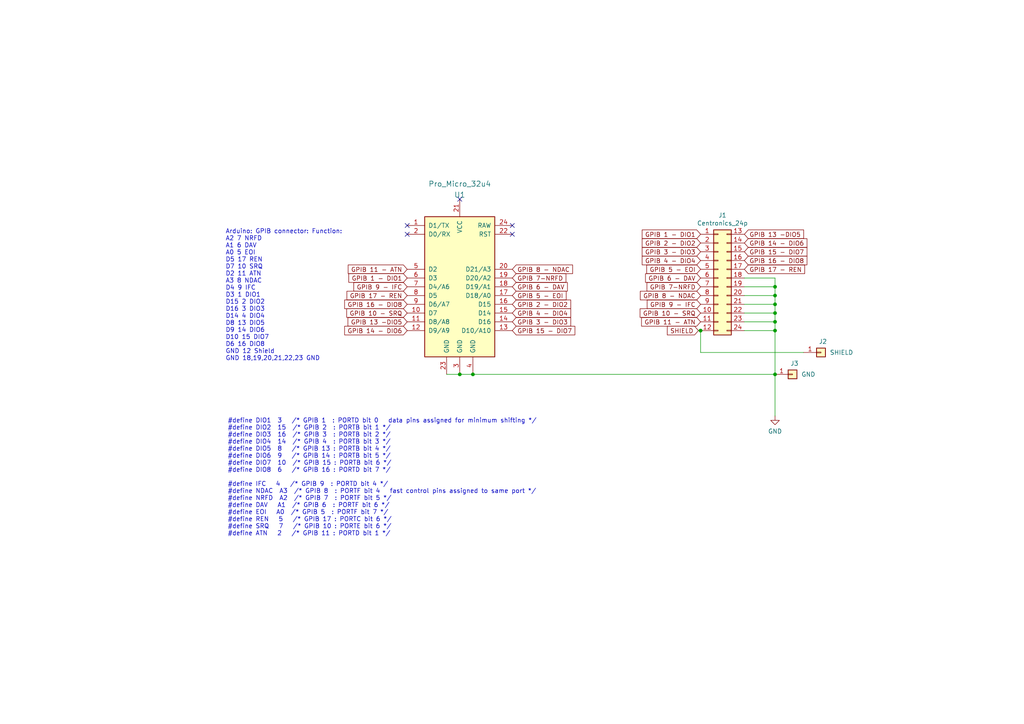
<source format=kicad_sch>
(kicad_sch (version 20211123) (generator eeschema)
  (paper "A4")
  (lib_symbols
    (symbol "Connector_Generic:Conn_01x01" (pin_names (offset 1.016) hide)
      (property "Reference" "J" (at 0 2.54 0))
      (property "Value" "Connector_Generic_Conn_01x01" (at 0 -2.54 0))
      (symbol "Conn_01x01_1_1"
        (rectangle (start -1.27 0.127) (end 0 -0.127) (stroke (width 0.1524)))
        (rectangle (start -1.27 1.27) (end 1.27 -1.27) (stroke (width 0.254)) (fill (type background)))
        (pin passive line (at -5.08 0 0) (length 3.81) (name "Pin_1") (number "1"))
      )
    )
    (symbol "Connector_Generic:Conn_02x12_Top_Bottom" (pin_names (offset 1.016) hide)
      (property "Reference" "J" (at 1.27 15.24 0))
      (property "Value" "Connector_Generic_Conn_02x12_Top_Bottom" (at 1.27 -17.78 0))
      (symbol "Conn_02x12_Top_Bottom_1_1"
        (rectangle (start -1.27 -15.113) (end 0 -15.367) (stroke (width 0.1524)))
        (rectangle (start -1.27 -12.573) (end 0 -12.827) (stroke (width 0.1524)))
        (rectangle (start -1.27 -10.033) (end 0 -10.287) (stroke (width 0.1524)))
        (rectangle (start -1.27 -7.493) (end 0 -7.747) (stroke (width 0.1524)))
        (rectangle (start -1.27 -4.953) (end 0 -5.207) (stroke (width 0.1524)))
        (rectangle (start -1.27 -2.413) (end 0 -2.667) (stroke (width 0.1524)))
        (rectangle (start -1.27 0.127) (end 0 -0.127) (stroke (width 0.1524)))
        (rectangle (start -1.27 2.667) (end 0 2.413) (stroke (width 0.1524)))
        (rectangle (start -1.27 5.207) (end 0 4.953) (stroke (width 0.1524)))
        (rectangle (start -1.27 7.747) (end 0 7.493) (stroke (width 0.1524)))
        (rectangle (start -1.27 10.287) (end 0 10.033) (stroke (width 0.1524)))
        (rectangle (start -1.27 12.827) (end 0 12.573) (stroke (width 0.1524)))
        (rectangle (start -1.27 13.97) (end 3.81 -16.51) (stroke (width 0.254)) (fill (type background)))
        (rectangle (start 3.81 -15.113) (end 2.54 -15.367) (stroke (width 0.1524)))
        (rectangle (start 3.81 -12.573) (end 2.54 -12.827) (stroke (width 0.1524)))
        (rectangle (start 3.81 -10.033) (end 2.54 -10.287) (stroke (width 0.1524)))
        (rectangle (start 3.81 -7.493) (end 2.54 -7.747) (stroke (width 0.1524)))
        (rectangle (start 3.81 -4.953) (end 2.54 -5.207) (stroke (width 0.1524)))
        (rectangle (start 3.81 -2.413) (end 2.54 -2.667) (stroke (width 0.1524)))
        (rectangle (start 3.81 0.127) (end 2.54 -0.127) (stroke (width 0.1524)))
        (rectangle (start 3.81 2.667) (end 2.54 2.413) (stroke (width 0.1524)))
        (rectangle (start 3.81 5.207) (end 2.54 4.953) (stroke (width 0.1524)))
        (rectangle (start 3.81 7.747) (end 2.54 7.493) (stroke (width 0.1524)))
        (rectangle (start 3.81 10.287) (end 2.54 10.033) (stroke (width 0.1524)))
        (rectangle (start 3.81 12.827) (end 2.54 12.573) (stroke (width 0.1524)))
        (pin passive line (at -5.08 12.7 0) (length 3.81) (name "Pin_1") (number "1"))
        (pin passive line (at -5.08 -10.16 0) (length 3.81) (name "Pin_10") (number "10"))
        (pin passive line (at -5.08 -12.7 0) (length 3.81) (name "Pin_11") (number "11"))
        (pin passive line (at -5.08 -15.24 0) (length 3.81) (name "Pin_12") (number "12"))
        (pin passive line (at 7.62 12.7 180) (length 3.81) (name "Pin_13") (number "13"))
        (pin passive line (at 7.62 10.16 180) (length 3.81) (name "Pin_14") (number "14"))
        (pin passive line (at 7.62 7.62 180) (length 3.81) (name "Pin_15") (number "15"))
        (pin passive line (at 7.62 5.08 180) (length 3.81) (name "Pin_16") (number "16"))
        (pin passive line (at 7.62 2.54 180) (length 3.81) (name "Pin_17") (number "17"))
        (pin passive line (at 7.62 0 180) (length 3.81) (name "Pin_18") (number "18"))
        (pin passive line (at 7.62 -2.54 180) (length 3.81) (name "Pin_19") (number "19"))
        (pin passive line (at -5.08 10.16 0) (length 3.81) (name "Pin_2") (number "2"))
        (pin passive line (at 7.62 -5.08 180) (length 3.81) (name "Pin_20") (number "20"))
        (pin passive line (at 7.62 -7.62 180) (length 3.81) (name "Pin_21") (number "21"))
        (pin passive line (at 7.62 -10.16 180) (length 3.81) (name "Pin_22") (number "22"))
        (pin passive line (at 7.62 -12.7 180) (length 3.81) (name "Pin_23") (number "23"))
        (pin passive line (at 7.62 -15.24 180) (length 3.81) (name "Pin_24") (number "24"))
        (pin passive line (at -5.08 7.62 0) (length 3.81) (name "Pin_3") (number "3"))
        (pin passive line (at -5.08 5.08 0) (length 3.81) (name "Pin_4") (number "4"))
        (pin passive line (at -5.08 2.54 0) (length 3.81) (name "Pin_5") (number "5"))
        (pin passive line (at -5.08 0 0) (length 3.81) (name "Pin_6") (number "6"))
        (pin passive line (at -5.08 -2.54 0) (length 3.81) (name "Pin_7") (number "7"))
        (pin passive line (at -5.08 -5.08 0) (length 3.81) (name "Pin_8") (number "8"))
        (pin passive line (at -5.08 -7.62 0) (length 3.81) (name "Pin_9") (number "9"))
      )
    )
    (symbol "Pro_Micro:Sparkfun_Pro_Micro" (pin_names (offset 1.016))
      (property "Reference" "U" (at -27.94 36.83 0))
      (property "Value" "Sparkfun_Pro_Micro" (at -27.94 33.02 0))
      (symbol "Sparkfun_Pro_Micro_0_1"
        (rectangle (start -10.16 17.78) (end 10.16 -22.86) (stroke (width 0.254)) (fill (type background)))
      )
      (symbol "Sparkfun_Pro_Micro_1_1"
        (pin bidirectional line (at -15.24 15.24 0) (length 5.08) (name "D1/TX") (number "1"))
        (pin bidirectional line (at -15.24 -10.16 0) (length 5.08) (name "D7") (number "10"))
        (pin bidirectional line (at -15.24 -12.7 0) (length 5.08) (name "D8/A8") (number "11"))
        (pin bidirectional line (at -15.24 -15.24 0) (length 5.08) (name "D9/A9") (number "12"))
        (pin bidirectional line (at 15.24 -15.24 180) (length 5.08) (name "D10/A10") (number "13"))
        (pin bidirectional line (at 15.24 -12.7 180) (length 5.08) (name "D16") (number "14"))
        (pin bidirectional line (at 15.24 -10.16 180) (length 5.08) (name "D14") (number "15"))
        (pin bidirectional line (at 15.24 -7.62 180) (length 5.08) (name "D15") (number "16"))
        (pin bidirectional line (at 15.24 -5.08 180) (length 5.08) (name "D18/A0") (number "17"))
        (pin bidirectional line (at 15.24 -2.54 180) (length 5.08) (name "D19/A1") (number "18"))
        (pin bidirectional line (at 15.24 0 180) (length 5.08) (name "D20/A2") (number "19"))
        (pin bidirectional line (at -15.24 12.7 0) (length 5.08) (name "D0/RX") (number "2"))
        (pin bidirectional line (at 15.24 2.54 180) (length 5.08) (name "D21/A3") (number "20"))
        (pin power_in line (at 0 22.86 270) (length 5.08) (name "VCC") (number "21"))
        (pin input line (at 15.24 12.7 180) (length 5.08) (name "RST") (number "22"))
        (pin power_in line (at -3.81 -27.94 90) (length 5.08) (name "GND") (number "23"))
        (pin power_in line (at 15.24 15.24 180) (length 5.08) (name "RAW") (number "24"))
        (pin power_in line (at 0 -27.94 90) (length 5.08) (name "GND") (number "3"))
        (pin power_in line (at 3.81 -27.94 90) (length 5.08) (name "GND") (number "4"))
        (pin bidirectional line (at -15.24 2.54 0) (length 5.08) (name "D2") (number "5"))
        (pin bidirectional line (at -15.24 0 0) (length 5.08) (name "D3") (number "6"))
        (pin bidirectional line (at -15.24 -2.54 0) (length 5.08) (name "D4/A6") (number "7"))
        (pin bidirectional line (at -15.24 -5.08 0) (length 5.08) (name "D5") (number "8"))
        (pin bidirectional line (at -15.24 -7.62 0) (length 5.08) (name "D6/A7") (number "9"))
      )
    )
    (symbol "power:GND" (power) (pin_names (offset 0))
      (property "Value" "GND" (at 0 -3.81 0))
      (symbol "GND_0_1"
        (polyline (pts (xy 0 0) (xy 0 -1.27) (xy 1.27 -1.27) (xy 0 -2.54) (xy -1.27 -1.27) (xy 0 -1.27)))
      )
      (symbol "GND_1_1"
        (pin power_in line (at 0 0 270) (length 0) hide (name "GND") (number "1"))
      )
    )
  )
  (junction (at 224.79 108.585))
  (junction (at 224.79 85.725))
  (junction (at 133.35 108.585))
  (junction (at 224.79 88.265))
  (junction (at 224.79 83.185))
  (junction (at 224.79 93.345))
  (junction (at 203.2 95.885))
  (junction (at 224.79 95.885))
  (junction (at 137.16 108.585))
  (junction (at 224.79 90.805))
  (no_connect (at 118.11 65.405))
  (no_connect (at 148.59 67.945))
  (no_connect (at 133.35 57.785))
  (no_connect (at 148.59 65.405))
  (no_connect (at 118.11 67.945))
  (wire (pts (xy 215.9 83.185) (xy 224.79 83.185)))
  (wire (pts (xy 215.9 93.345) (xy 224.79 93.345)))
  (wire (pts (xy 224.79 93.345) (xy 224.79 90.805)))
  (wire (pts (xy 224.79 85.725) (xy 224.79 83.185)))
  (wire (pts (xy 224.79 93.345) (xy 224.79 95.885)))
  (wire (pts (xy 224.79 95.885) (xy 224.79 108.585)))
  (wire (pts (xy 224.79 90.805) (xy 224.79 88.265)))
  (wire (pts (xy 137.16 108.585) (xy 224.79 108.585)))
  (wire (pts (xy 133.35 108.585) (xy 137.16 108.585)))
  (wire (pts (xy 215.9 95.885) (xy 224.79 95.885)))
  (wire (pts (xy 203.2 95.885) (xy 202.565 95.885)))
  (wire (pts (xy 129.54 108.585) (xy 133.35 108.585)))
  (wire (pts (xy 224.79 120.65) (xy 224.79 108.585)))
  (wire (pts (xy 215.9 88.265) (xy 224.79 88.265)))
  (wire (pts (xy 203.2 102.235) (xy 233.045 102.235)))
  (wire (pts (xy 224.79 88.265) (xy 224.79 85.725)))
  (wire (pts (xy 224.79 83.185) (xy 224.79 80.645)))
  (wire (pts (xy 215.9 90.805) (xy 224.79 90.805)))
  (wire (pts (xy 224.79 80.645) (xy 215.9 80.645)))
  (wire (pts (xy 215.9 85.725) (xy 224.79 85.725)))
  (wire (pts (xy 203.2 95.885) (xy 203.2 102.235)))
  (text "Arduino: GPIB connector: Function:\nA2 7 NRFD\nA1 6 DAV\nA0 5 EOI\nD5 17 REN\nD7 10 SRQ\nD2 11 ATN\nA3 8 NDAC\nD4 9 IFC\nD3 1 DIO1\nD15 2 DIO2\nD16 3 DIO3\nD14 4 DIO4\nD8 13 DIO5\nD9 14 DIO6\nD10 15 DIO7\nD6 16 DIO8\nGND 12 Shield\nGND 18,19,20,21,22,23 GND" (at 65.405 104.775 0) (effects (font (size 1.27 1.27)) (justify left bottom)))
  (text "#define DIO1  3   /* GPIB 1  : PORTD bit 0   data pins assigned for minimum shifting */\n#define DIO2  15  /* GPIB 2  : PORTB bit 1 */\n#define DIO3  16  /* GPIB 3  : PORTB bit 2 */\n#define DIO4  14  /* GPIB 4  : PORTB bit 3 */\n#define DIO5  8   /* GPIB 13 : PORTB bit 4 */\n#define DIO6  9   /* GPIB 14 : PORTB bit 5 */\n#define DIO7  10  /* GPIB 15 : PORTB bit 6 */\n#define DIO8  6   /* GPIB 16 : PORTD bit 7 */\n\n#define IFC   4   /* GPIB 9  : PORTD bit 4 */\n#define NDAC  A3  /* GPIB 8  : PORTF bit 4   fast control pins assigned to same port */\n#define NRFD  A2  /* GPIB 7  : PORTF bit 5 */\n#define DAV   A1  /* GPIB 6  : PORTF bit 6 */\n#define EOI   A0  /* GPIB 5  : PORTF bit 7 */\n#define REN   5   /* GPIB 17 : PORTC bit 6 */\n#define SRQ   7   /* GPIB 10 : PORTE bit 6 */\n#define ATN   2   /* GPIB 11 : PORTD bit 1 */" (at 66.04 155.575 0) (effects (font (size 1.27 1.27)) (justify left bottom)))
  (global_label "GPIB 17 - REN" (shape input) (at 215.9 78.105 0) (property "Intersheet References" "${INTERSHEET_REFS}" (effects hide)))
  (global_label "GPIB 11 - ATN" (shape input) (at 203.2 93.345 180) (property "Intersheet References" "${INTERSHEET_REFS}" (effects hide)))
  (global_label "GPIB 5 - EOI" (shape input) (at 203.2 78.105 180) (property "Intersheet References" "${INTERSHEET_REFS}" (effects hide)))
  (global_label "GPIB 5 - EOI" (shape input) (at 148.59 85.725 0) (property "Intersheet References" "${INTERSHEET_REFS}" (effects hide)))
  (global_label "GPIB 9 - IFC" (shape input) (at 118.11 83.185 180) (property "Intersheet References" "${INTERSHEET_REFS}" (effects hide)))
  (global_label "GPIB 16 - DIO8" (shape input) (at 215.9 75.565 0) (property "Intersheet References" "${INTERSHEET_REFS}" (effects hide)))
  (global_label "GPIB 8 - NDAC" (shape input) (at 148.59 78.105 0) (property "Intersheet References" "${INTERSHEET_REFS}" (effects hide)))
  (global_label "GPIB 6 - DAV" (shape input) (at 148.59 83.185 0) (property "Intersheet References" "${INTERSHEET_REFS}" (effects hide)))
  (global_label "GPIB 2 - DIO2" (shape input) (at 203.2 70.485 180) (property "Intersheet References" "${INTERSHEET_REFS}" (effects hide)))
  (global_label "GPIB 15 - DIO7" (shape input) (at 215.9 73.025 0) (property "Intersheet References" "${INTERSHEET_REFS}" (effects hide)))
  (global_label "GPIB 14 - DIO6" (shape input) (at 118.11 95.885 180) (property "Intersheet References" "${INTERSHEET_REFS}" (effects hide)))
  (global_label "GPIB 9 - IFC" (shape input) (at 203.2 88.265 180) (property "Intersheet References" "${INTERSHEET_REFS}" (effects hide)))
  (global_label "GPIB 1 - DIO1" (shape input) (at 118.11 80.645 180) (property "Intersheet References" "${INTERSHEET_REFS}" (effects hide)))
  (global_label "GPIB 2 - DIO2" (shape input) (at 148.59 88.265 0) (property "Intersheet References" "${INTERSHEET_REFS}" (effects hide)))
  (global_label "GPIB 13 -DIO5" (shape input) (at 215.9 67.945 0) (property "Intersheet References" "${INTERSHEET_REFS}" (effects hide)))
  (global_label "GPIB 4 - DIO4" (shape input) (at 203.2 75.565 180) (property "Intersheet References" "${INTERSHEET_REFS}" (effects hide)))
  (global_label "GPIB 11 - ATN" (shape input) (at 118.11 78.105 180) (property "Intersheet References" "${INTERSHEET_REFS}" (effects hide)))
  (global_label "GPIB 3 - DIO3" (shape input) (at 203.2 73.025 180) (property "Intersheet References" "${INTERSHEET_REFS}" (effects hide)))
  (global_label "GPIB 8 - NDAC" (shape input) (at 203.2 85.725 180) (property "Intersheet References" "${INTERSHEET_REFS}" (effects hide)))
  (global_label "GPIB 3 - DIO3" (shape input) (at 148.59 93.345 0) (property "Intersheet References" "${INTERSHEET_REFS}" (effects hide)))
  (global_label "GPIB 13 -DIO5" (shape input) (at 118.11 93.345 180) (property "Intersheet References" "${INTERSHEET_REFS}" (effects hide)))
  (global_label "GPIB 14 - DIO6" (shape input) (at 215.9 70.485 0) (property "Intersheet References" "${INTERSHEET_REFS}" (effects hide)))
  (global_label "GPIB 16 - DIO8" (shape input) (at 118.11 88.265 180) (property "Intersheet References" "${INTERSHEET_REFS}" (effects hide)))
  (global_label "GPIB 4 - DIO4" (shape input) (at 148.59 90.805 0) (property "Intersheet References" "${INTERSHEET_REFS}" (effects hide)))
  (global_label "GPIB 1 - DIO1" (shape input) (at 203.2 67.945 180) (property "Intersheet References" "${INTERSHEET_REFS}" (effects hide)))
  (global_label "GPIB 17 - REN" (shape input) (at 118.11 85.725 180) (property "Intersheet References" "${INTERSHEET_REFS}" (effects hide)))
  (global_label "GPIB 10 - SRQ" (shape input) (at 118.11 90.805 180) (property "Intersheet References" "${INTERSHEET_REFS}" (effects hide)))
  (global_label "SHIELD" (shape input) (at 202.565 95.885 180) (property "Intersheet References" "${INTERSHEET_REFS}" (effects hide)))
  (global_label "GPIB 7-NRFD" (shape input) (at 203.2 83.185 180) (property "Intersheet References" "${INTERSHEET_REFS}" (effects hide)))
  (global_label "GPIB 6 - DAV" (shape input) (at 203.2 80.645 180) (property "Intersheet References" "${INTERSHEET_REFS}" (effects hide)))
  (global_label "GPIB 7-NRFD" (shape input) (at 148.59 80.645 0) (property "Intersheet References" "${INTERSHEET_REFS}" (effects hide)))
  (global_label "GPIB 10 - SRQ" (shape input) (at 203.2 90.805 180) (property "Intersheet References" "${INTERSHEET_REFS}" (effects hide)))
  (global_label "GPIB 15 - DIO7" (shape input) (at 148.59 95.885 0) (property "Intersheet References" "${INTERSHEET_REFS}" (effects hide)))
  (symbol (lib_id "Connector_Generic:Conn_02x12_Top_Bottom") (at 208.28 80.645 0) (unit 1)
    (property "Reference" "J1" (at 209.55 62.4332 0))
    (property "Value" "Centronics_24p" (at 209.55 64.7446 0))
    (property "Footprint" "hpib:Centronics24p" (effects hide))
  )
  (symbol (lib_id "Connector_Generic:Conn_01x01") (at 229.87 108.585 0) (unit 1)
    (property "Reference" "J3" (at 229.235 105.41 0) (effects (justify left)))
    (property "Value" "GND" (at 232.41 108.585 0) (effects (justify left)))
    (property "Footprint" "Connector_PinHeader_1.00mm:PinHeader_1x01_P1.00mm_Vertical" (effects hide))
  )
  (symbol (lib_id "Connector_Generic:Conn_01x01") (at 238.125 102.235 0) (unit 1)
    (property "Reference" "J2" (at 237.49 99.06 0) (effects (justify left)))
    (property "Value" "SHIELD" (at 240.665 102.235 0) (effects (justify left)))
    (property "Footprint" "Connector_PinHeader_1.00mm:PinHeader_1x01_P1.00mm_Vertical" (effects hide))
  )
  (symbol (lib_id "power:GND") (at 224.79 120.65 0) (unit 1)
    (property "Reference" "#PWR01" (effects hide))
    (property "Value" "GND" (at 224.79 125.095 0))
  )
  (symbol (lib_id "Pro_Micro:Sparkfun_Pro_Micro") (at 133.35 80.645 0) (unit 1)
    (property "Reference" "U1" (at 133.35 56.515 0) (effects (font (size 1.524 1.524))))
    (property "Value" "Pro_Micro_32u4" (at 133.35 53.34 0) (effects (font (size 1.524 1.524))))
    (property "Footprint" "Arduino:Sparkfun_Pro_Micro" (effects hide))
  )
)
</source>
